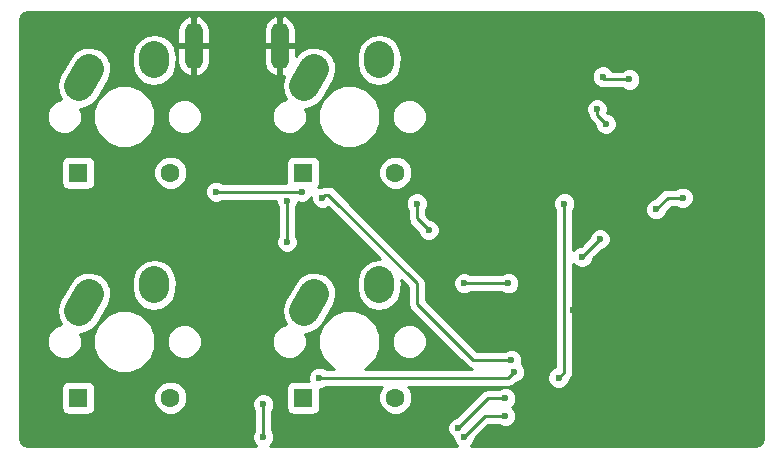
<source format=gtl>
G04 #@! TF.FileFunction,Copper,L1,Top,Signal*
%FSLAX46Y46*%
G04 Gerber Fmt 4.6, Leading zero omitted, Abs format (unit mm)*
G04 Created by KiCad (PCBNEW 4.0.7-e2-6376~58~ubuntu16.04.1) date Sun Oct 15 00:03:39 2017*
%MOMM*%
%LPD*%
G01*
G04 APERTURE LIST*
%ADD10C,0.100000*%
%ADD11R,1.600000X1.600000*%
%ADD12C,1.600000*%
%ADD13O,1.500000X4.000000*%
%ADD14C,2.500000*%
%ADD15C,0.600000*%
%ADD16C,0.250000*%
%ADD17C,0.254000*%
G04 APERTURE END LIST*
D10*
D11*
X36581250Y-102393750D03*
D12*
X44381250Y-102393750D03*
D11*
X36581250Y-121443750D03*
D12*
X44381250Y-121443750D03*
D11*
X55631250Y-102393750D03*
D12*
X63431250Y-102393750D03*
D11*
X55631250Y-121443750D03*
D12*
X63431250Y-121443750D03*
D13*
X46356250Y-91659375D03*
X53656250Y-91659375D03*
D14*
X37481703Y-93631296D02*
X36670797Y-95091204D01*
X43020974Y-92551922D02*
X42981526Y-93130578D01*
X37481703Y-112681296D02*
X36670797Y-114141204D01*
X43020974Y-111601922D02*
X42981526Y-112180578D01*
X56531703Y-93631296D02*
X55720797Y-95091204D01*
X62070974Y-92551922D02*
X62031526Y-93130578D01*
X56531703Y-112681296D02*
X55720797Y-114141204D01*
X62070974Y-111601922D02*
X62031526Y-112180578D01*
D15*
X88500000Y-105500000D03*
X91750000Y-106000000D03*
X79250000Y-123750000D03*
X78500000Y-114000000D03*
X76750000Y-110750000D03*
X69500000Y-107500000D03*
X57250000Y-104500000D03*
X73250000Y-118250000D03*
X55500000Y-104000000D03*
X48250000Y-104000000D03*
X57000000Y-119750000D03*
X73500000Y-119250000D03*
X72750000Y-121500000D03*
X68750000Y-124000000D03*
X72750000Y-123000000D03*
X69250000Y-124750000D03*
X52250000Y-124750000D03*
X52250000Y-122000000D03*
X54250000Y-108250000D03*
X54250000Y-104750000D03*
X77750000Y-105000000D03*
X77250000Y-119750000D03*
X65250000Y-105000000D03*
X66250000Y-107250000D03*
X69250000Y-111750000D03*
X73000000Y-111750000D03*
X81000000Y-94250000D03*
X83250000Y-94500000D03*
X87750000Y-104500000D03*
X85500000Y-105500000D03*
X80750000Y-108000000D03*
X79250000Y-109500000D03*
X81250000Y-98250000D03*
X80500000Y-97000000D03*
D16*
X91250000Y-105500000D02*
X88500000Y-105500000D01*
X91750000Y-106000000D02*
X91250000Y-105500000D01*
X79250000Y-114750000D02*
X79250000Y-123750000D01*
X78500000Y-114000000D02*
X79250000Y-114750000D01*
X72750000Y-110750000D02*
X76750000Y-110750000D01*
X69500000Y-107500000D02*
X72750000Y-110750000D01*
X57500000Y-104250000D02*
X57250000Y-104500000D01*
X57750000Y-104250000D02*
X57500000Y-104250000D01*
X65250000Y-111750000D02*
X57750000Y-104250000D01*
X65250000Y-113500000D02*
X65250000Y-111750000D01*
X70000000Y-118250000D02*
X65250000Y-113500000D01*
X73250000Y-118250000D02*
X70000000Y-118250000D01*
X48250000Y-104000000D02*
X55500000Y-104000000D01*
X73000000Y-119750000D02*
X57000000Y-119750000D01*
X73500000Y-119250000D02*
X73000000Y-119750000D01*
X71250000Y-121500000D02*
X72750000Y-121500000D01*
X68750000Y-124000000D02*
X71250000Y-121500000D01*
X71000000Y-123000000D02*
X72750000Y-123000000D01*
X69250000Y-124750000D02*
X71000000Y-123000000D01*
X52250000Y-124000000D02*
X52250000Y-124750000D01*
X52250000Y-122000000D02*
X52250000Y-124000000D01*
X54250000Y-104750000D02*
X54250000Y-108250000D01*
X77750000Y-119250000D02*
X77750000Y-105000000D01*
X77250000Y-119750000D02*
X77750000Y-119250000D01*
X65250000Y-106250000D02*
X65250000Y-105000000D01*
X66250000Y-107250000D02*
X65250000Y-106250000D01*
X73000000Y-111750000D02*
X69250000Y-111750000D01*
X81000000Y-94500000D02*
X81000000Y-94250000D01*
X83250000Y-94500000D02*
X81000000Y-94500000D01*
X86500000Y-104500000D02*
X87750000Y-104500000D01*
X85500000Y-105500000D02*
X86500000Y-104500000D01*
X80500000Y-108250000D02*
X80750000Y-108000000D01*
X79250000Y-109500000D02*
X80500000Y-108250000D01*
X81250000Y-98250000D02*
X80500000Y-97500000D01*
X80500000Y-97500000D02*
X80500000Y-97000000D01*
D17*
G36*
X94237978Y-88865686D02*
X94389393Y-88966858D01*
X94490563Y-89118270D01*
X94540000Y-89366806D01*
X94540000Y-124945694D01*
X94490563Y-125194230D01*
X94389393Y-125345642D01*
X94237978Y-125446814D01*
X93989444Y-125496250D01*
X69825892Y-125496250D01*
X70042192Y-125280327D01*
X70184838Y-124936799D01*
X70184879Y-124889923D01*
X71314802Y-123760000D01*
X72187537Y-123760000D01*
X72219673Y-123792192D01*
X72563201Y-123934838D01*
X72935167Y-123935162D01*
X73278943Y-123793117D01*
X73542192Y-123530327D01*
X73684838Y-123186799D01*
X73685162Y-122814833D01*
X73543117Y-122471057D01*
X73322291Y-122249845D01*
X73542192Y-122030327D01*
X73684838Y-121686799D01*
X73685162Y-121314833D01*
X73543117Y-120971057D01*
X73280327Y-120707808D01*
X72936799Y-120565162D01*
X72564833Y-120564838D01*
X72221057Y-120706883D01*
X72187882Y-120740000D01*
X71250000Y-120740000D01*
X70959161Y-120797852D01*
X70712599Y-120962599D01*
X68610320Y-123064878D01*
X68564833Y-123064838D01*
X68221057Y-123206883D01*
X67957808Y-123469673D01*
X67815162Y-123813201D01*
X67814838Y-124185167D01*
X67956883Y-124528943D01*
X68219673Y-124792192D01*
X68314928Y-124831746D01*
X68314838Y-124935167D01*
X68456883Y-125278943D01*
X68673811Y-125496250D01*
X52825892Y-125496250D01*
X53042192Y-125280327D01*
X53184838Y-124936799D01*
X53185162Y-124564833D01*
X53043117Y-124221057D01*
X53010000Y-124187882D01*
X53010000Y-122562463D01*
X53042192Y-122530327D01*
X53184838Y-122186799D01*
X53185162Y-121814833D01*
X53043117Y-121471057D01*
X52780327Y-121207808D01*
X52436799Y-121065162D01*
X52064833Y-121064838D01*
X51721057Y-121206883D01*
X51457808Y-121469673D01*
X51315162Y-121813201D01*
X51314838Y-122185167D01*
X51456883Y-122528943D01*
X51490000Y-122562118D01*
X51490000Y-124187537D01*
X51457808Y-124219673D01*
X51315162Y-124563201D01*
X51314838Y-124935167D01*
X51456883Y-125278943D01*
X51673811Y-125496250D01*
X32216806Y-125496250D01*
X31968270Y-125446813D01*
X31816858Y-125345643D01*
X31715686Y-125194228D01*
X31666250Y-124945694D01*
X31666250Y-120643750D01*
X35133810Y-120643750D01*
X35133810Y-122243750D01*
X35178088Y-122479067D01*
X35317160Y-122695191D01*
X35529360Y-122840181D01*
X35781250Y-122891190D01*
X37381250Y-122891190D01*
X37616567Y-122846912D01*
X37832691Y-122707840D01*
X37977681Y-122495640D01*
X38028690Y-122243750D01*
X38028690Y-121727937D01*
X42946002Y-121727937D01*
X43164007Y-122255550D01*
X43567327Y-122659574D01*
X44094559Y-122878500D01*
X44665437Y-122878998D01*
X45193050Y-122660993D01*
X45597074Y-122257673D01*
X45816000Y-121730441D01*
X45816498Y-121159563D01*
X45598493Y-120631950D01*
X45195173Y-120227926D01*
X44667941Y-120009000D01*
X44097063Y-120008502D01*
X43569450Y-120226507D01*
X43165426Y-120629827D01*
X42946500Y-121157059D01*
X42946002Y-121727937D01*
X38028690Y-121727937D01*
X38028690Y-120643750D01*
X37984412Y-120408433D01*
X37845340Y-120192309D01*
X37633140Y-120047319D01*
X37381250Y-119996310D01*
X35781250Y-119996310D01*
X35545933Y-120040588D01*
X35329809Y-120179660D01*
X35184819Y-120391860D01*
X35133810Y-120643750D01*
X31666250Y-120643750D01*
X31666250Y-116975517D01*
X33915092Y-116975517D01*
X34140830Y-117521845D01*
X34558456Y-117940201D01*
X35104389Y-118166892D01*
X35695517Y-118167408D01*
X36241845Y-117941670D01*
X36660201Y-117524044D01*
X36793976Y-117201876D01*
X37851895Y-117201876D01*
X38251278Y-118168457D01*
X38990154Y-118908623D01*
X39956035Y-119309692D01*
X41001876Y-119310605D01*
X41968457Y-118911222D01*
X42708623Y-118172346D01*
X43109692Y-117206465D01*
X43109893Y-116975517D01*
X44075092Y-116975517D01*
X44300830Y-117521845D01*
X44718456Y-117940201D01*
X45264389Y-118166892D01*
X45855517Y-118167408D01*
X46401845Y-117941670D01*
X46820201Y-117524044D01*
X47046892Y-116978111D01*
X47046894Y-116975517D01*
X52965092Y-116975517D01*
X53190830Y-117521845D01*
X53608456Y-117940201D01*
X54154389Y-118166892D01*
X54745517Y-118167408D01*
X55291845Y-117941670D01*
X55710201Y-117524044D01*
X55936892Y-116978111D01*
X55937408Y-116386983D01*
X55791902Y-116034832D01*
X56212917Y-116000218D01*
X56867075Y-115664027D01*
X57342782Y-115103092D01*
X58205438Y-113550016D01*
X58430274Y-112849734D01*
X58370008Y-112116717D01*
X58033817Y-111462559D01*
X57472882Y-110986852D01*
X56772600Y-110762016D01*
X56039582Y-110822282D01*
X55385425Y-111158473D01*
X54909717Y-111719408D01*
X54047062Y-113272484D01*
X53822226Y-113972766D01*
X53882492Y-114705783D01*
X54137994Y-115202938D01*
X53610655Y-115420830D01*
X53192299Y-115838456D01*
X52965608Y-116384389D01*
X52965092Y-116975517D01*
X47046894Y-116975517D01*
X47047408Y-116386983D01*
X46821670Y-115840655D01*
X46404044Y-115422299D01*
X45858111Y-115195608D01*
X45266983Y-115195092D01*
X44720655Y-115420830D01*
X44302299Y-115838456D01*
X44075608Y-116384389D01*
X44075092Y-116975517D01*
X43109893Y-116975517D01*
X43110605Y-116160624D01*
X42711222Y-115194043D01*
X41972346Y-114453877D01*
X41006465Y-114052808D01*
X39960624Y-114051895D01*
X38994043Y-114451278D01*
X38253877Y-115190154D01*
X37852808Y-116156035D01*
X37851895Y-117201876D01*
X36793976Y-117201876D01*
X36886892Y-116978111D01*
X36887408Y-116386983D01*
X36741902Y-116034832D01*
X37162917Y-116000218D01*
X37817075Y-115664027D01*
X38292782Y-115103092D01*
X39155438Y-113550016D01*
X39380274Y-112849734D01*
X39320008Y-112116717D01*
X39308786Y-112094880D01*
X41097992Y-112094880D01*
X41192083Y-112824327D01*
X41558159Y-113462242D01*
X42140488Y-113911507D01*
X42850416Y-114103726D01*
X43579863Y-114009635D01*
X44217778Y-113643559D01*
X44667043Y-113061230D01*
X44859262Y-112351302D01*
X44904508Y-111687619D01*
X44810417Y-110958172D01*
X44444341Y-110320258D01*
X43862012Y-109870993D01*
X43152084Y-109678774D01*
X42422637Y-109772864D01*
X41784722Y-110138941D01*
X41335457Y-110721270D01*
X41143238Y-111431198D01*
X41097992Y-112094880D01*
X39308786Y-112094880D01*
X38983817Y-111462559D01*
X38422882Y-110986852D01*
X37722600Y-110762016D01*
X36989582Y-110822282D01*
X36335425Y-111158473D01*
X35859717Y-111719408D01*
X34997062Y-113272484D01*
X34772226Y-113972766D01*
X34832492Y-114705783D01*
X35087994Y-115202938D01*
X34560655Y-115420830D01*
X34142299Y-115838456D01*
X33915608Y-116384389D01*
X33915092Y-116975517D01*
X31666250Y-116975517D01*
X31666250Y-104185167D01*
X47314838Y-104185167D01*
X47456883Y-104528943D01*
X47719673Y-104792192D01*
X48063201Y-104934838D01*
X48435167Y-104935162D01*
X48778943Y-104793117D01*
X48812118Y-104760000D01*
X53314991Y-104760000D01*
X53314838Y-104935167D01*
X53456883Y-105278943D01*
X53490000Y-105312118D01*
X53490000Y-107687537D01*
X53457808Y-107719673D01*
X53315162Y-108063201D01*
X53314838Y-108435167D01*
X53456883Y-108778943D01*
X53719673Y-109042192D01*
X54063201Y-109184838D01*
X54435167Y-109185162D01*
X54778943Y-109043117D01*
X55042192Y-108780327D01*
X55184838Y-108436799D01*
X55185162Y-108064833D01*
X55043117Y-107721057D01*
X55010000Y-107687882D01*
X55010000Y-105312463D01*
X55042192Y-105280327D01*
X55184838Y-104936799D01*
X55184886Y-104881557D01*
X55313201Y-104934838D01*
X55685167Y-104935162D01*
X56028943Y-104793117D01*
X56292192Y-104530327D01*
X56315021Y-104475350D01*
X56314838Y-104685167D01*
X56456883Y-105028943D01*
X56719673Y-105292192D01*
X57063201Y-105434838D01*
X57435167Y-105435162D01*
X57736041Y-105310843D01*
X62115181Y-109689983D01*
X61472637Y-109772864D01*
X60834722Y-110138941D01*
X60385457Y-110721270D01*
X60193238Y-111431198D01*
X60147992Y-112094880D01*
X60242083Y-112824327D01*
X60608159Y-113462242D01*
X61190488Y-113911507D01*
X61900416Y-114103726D01*
X62629863Y-114009635D01*
X63267778Y-113643559D01*
X63717043Y-113061230D01*
X63909262Y-112351302D01*
X63954508Y-111687619D01*
X63931064Y-111505866D01*
X64490000Y-112064802D01*
X64490000Y-113500000D01*
X64547852Y-113790839D01*
X64712599Y-114037401D01*
X69462599Y-118787401D01*
X69709160Y-118952148D01*
X69732965Y-118956883D01*
X69899454Y-118990000D01*
X60827800Y-118990000D01*
X61018457Y-118911222D01*
X61758623Y-118172346D01*
X62159692Y-117206465D01*
X62159893Y-116975517D01*
X63125092Y-116975517D01*
X63350830Y-117521845D01*
X63768456Y-117940201D01*
X64314389Y-118166892D01*
X64905517Y-118167408D01*
X65451845Y-117941670D01*
X65870201Y-117524044D01*
X66096892Y-116978111D01*
X66097408Y-116386983D01*
X65871670Y-115840655D01*
X65454044Y-115422299D01*
X64908111Y-115195608D01*
X64316983Y-115195092D01*
X63770655Y-115420830D01*
X63352299Y-115838456D01*
X63125608Y-116384389D01*
X63125092Y-116975517D01*
X62159893Y-116975517D01*
X62160605Y-116160624D01*
X61761222Y-115194043D01*
X61022346Y-114453877D01*
X60056465Y-114052808D01*
X59010624Y-114051895D01*
X58044043Y-114451278D01*
X57303877Y-115190154D01*
X56902808Y-116156035D01*
X56901895Y-117201876D01*
X57301278Y-118168457D01*
X58040154Y-118908623D01*
X58236131Y-118990000D01*
X57562463Y-118990000D01*
X57530327Y-118957808D01*
X57186799Y-118815162D01*
X56814833Y-118814838D01*
X56471057Y-118956883D01*
X56207808Y-119219673D01*
X56065162Y-119563201D01*
X56064838Y-119935167D01*
X56090102Y-119996310D01*
X54831250Y-119996310D01*
X54595933Y-120040588D01*
X54379809Y-120179660D01*
X54234819Y-120391860D01*
X54183810Y-120643750D01*
X54183810Y-122243750D01*
X54228088Y-122479067D01*
X54367160Y-122695191D01*
X54579360Y-122840181D01*
X54831250Y-122891190D01*
X56431250Y-122891190D01*
X56666567Y-122846912D01*
X56882691Y-122707840D01*
X57027681Y-122495640D01*
X57078690Y-122243750D01*
X57078690Y-120685069D01*
X57185167Y-120685162D01*
X57528943Y-120543117D01*
X57562118Y-120510000D01*
X62335462Y-120510000D01*
X62215426Y-120629827D01*
X61996500Y-121157059D01*
X61996002Y-121727937D01*
X62214007Y-122255550D01*
X62617327Y-122659574D01*
X63144559Y-122878500D01*
X63715437Y-122878998D01*
X64243050Y-122660993D01*
X64647074Y-122257673D01*
X64866000Y-121730441D01*
X64866498Y-121159563D01*
X64648493Y-120631950D01*
X64526755Y-120510000D01*
X73000000Y-120510000D01*
X73290839Y-120452148D01*
X73537401Y-120287401D01*
X73639680Y-120185122D01*
X73685167Y-120185162D01*
X74028943Y-120043117D01*
X74137081Y-119935167D01*
X76314838Y-119935167D01*
X76456883Y-120278943D01*
X76719673Y-120542192D01*
X77063201Y-120684838D01*
X77435167Y-120685162D01*
X77778943Y-120543117D01*
X78042192Y-120280327D01*
X78184838Y-119936799D01*
X78184879Y-119889923D01*
X78287401Y-119787401D01*
X78452148Y-119540839D01*
X78510000Y-119250000D01*
X78510000Y-110082153D01*
X78719673Y-110292192D01*
X79063201Y-110434838D01*
X79435167Y-110435162D01*
X79778943Y-110293117D01*
X80042192Y-110030327D01*
X80184838Y-109686799D01*
X80184879Y-109639923D01*
X80889680Y-108935122D01*
X80935167Y-108935162D01*
X81278943Y-108793117D01*
X81542192Y-108530327D01*
X81684838Y-108186799D01*
X81685162Y-107814833D01*
X81543117Y-107471057D01*
X81280327Y-107207808D01*
X80936799Y-107065162D01*
X80564833Y-107064838D01*
X80221057Y-107206883D01*
X79957808Y-107469673D01*
X79815162Y-107813201D01*
X79815121Y-107860077D01*
X79110320Y-108564878D01*
X79064833Y-108564838D01*
X78721057Y-108706883D01*
X78510000Y-108917572D01*
X78510000Y-105685167D01*
X84564838Y-105685167D01*
X84706883Y-106028943D01*
X84969673Y-106292192D01*
X85313201Y-106434838D01*
X85685167Y-106435162D01*
X86028943Y-106293117D01*
X86292192Y-106030327D01*
X86434838Y-105686799D01*
X86434879Y-105639923D01*
X86814802Y-105260000D01*
X87187537Y-105260000D01*
X87219673Y-105292192D01*
X87563201Y-105434838D01*
X87935167Y-105435162D01*
X88278943Y-105293117D01*
X88542192Y-105030327D01*
X88684838Y-104686799D01*
X88685162Y-104314833D01*
X88543117Y-103971057D01*
X88280327Y-103707808D01*
X87936799Y-103565162D01*
X87564833Y-103564838D01*
X87221057Y-103706883D01*
X87187882Y-103740000D01*
X86500000Y-103740000D01*
X86209161Y-103797852D01*
X85962599Y-103962599D01*
X85360320Y-104564878D01*
X85314833Y-104564838D01*
X84971057Y-104706883D01*
X84707808Y-104969673D01*
X84565162Y-105313201D01*
X84564838Y-105685167D01*
X78510000Y-105685167D01*
X78510000Y-105562463D01*
X78542192Y-105530327D01*
X78684838Y-105186799D01*
X78685162Y-104814833D01*
X78543117Y-104471057D01*
X78280327Y-104207808D01*
X77936799Y-104065162D01*
X77564833Y-104064838D01*
X77221057Y-104206883D01*
X76957808Y-104469673D01*
X76815162Y-104813201D01*
X76814838Y-105185167D01*
X76956883Y-105528943D01*
X76990000Y-105562118D01*
X76990000Y-118845758D01*
X76721057Y-118956883D01*
X76457808Y-119219673D01*
X76315162Y-119563201D01*
X76314838Y-119935167D01*
X74137081Y-119935167D01*
X74292192Y-119780327D01*
X74434838Y-119436799D01*
X74435162Y-119064833D01*
X74293117Y-118721057D01*
X74133287Y-118560948D01*
X74184838Y-118436799D01*
X74185162Y-118064833D01*
X74043117Y-117721057D01*
X73780327Y-117457808D01*
X73436799Y-117315162D01*
X73064833Y-117314838D01*
X72721057Y-117456883D01*
X72687882Y-117490000D01*
X70314802Y-117490000D01*
X66010000Y-113185198D01*
X66010000Y-111935167D01*
X68314838Y-111935167D01*
X68456883Y-112278943D01*
X68719673Y-112542192D01*
X69063201Y-112684838D01*
X69435167Y-112685162D01*
X69778943Y-112543117D01*
X69812118Y-112510000D01*
X72437537Y-112510000D01*
X72469673Y-112542192D01*
X72813201Y-112684838D01*
X73185167Y-112685162D01*
X73528943Y-112543117D01*
X73792192Y-112280327D01*
X73934838Y-111936799D01*
X73935162Y-111564833D01*
X73793117Y-111221057D01*
X73530327Y-110957808D01*
X73186799Y-110815162D01*
X72814833Y-110814838D01*
X72471057Y-110956883D01*
X72437882Y-110990000D01*
X69812463Y-110990000D01*
X69780327Y-110957808D01*
X69436799Y-110815162D01*
X69064833Y-110814838D01*
X68721057Y-110956883D01*
X68457808Y-111219673D01*
X68315162Y-111563201D01*
X68314838Y-111935167D01*
X66010000Y-111935167D01*
X66010000Y-111750000D01*
X65952148Y-111459161D01*
X65787401Y-111212599D01*
X59759969Y-105185167D01*
X64314838Y-105185167D01*
X64456883Y-105528943D01*
X64490000Y-105562118D01*
X64490000Y-106250000D01*
X64547852Y-106540839D01*
X64712599Y-106787401D01*
X65314878Y-107389680D01*
X65314838Y-107435167D01*
X65456883Y-107778943D01*
X65719673Y-108042192D01*
X66063201Y-108184838D01*
X66435167Y-108185162D01*
X66778943Y-108043117D01*
X67042192Y-107780327D01*
X67184838Y-107436799D01*
X67185162Y-107064833D01*
X67043117Y-106721057D01*
X66780327Y-106457808D01*
X66436799Y-106315162D01*
X66389923Y-106315121D01*
X66010000Y-105935198D01*
X66010000Y-105562463D01*
X66042192Y-105530327D01*
X66184838Y-105186799D01*
X66185162Y-104814833D01*
X66043117Y-104471057D01*
X65780327Y-104207808D01*
X65436799Y-104065162D01*
X65064833Y-104064838D01*
X64721057Y-104206883D01*
X64457808Y-104469673D01*
X64315162Y-104813201D01*
X64314838Y-105185167D01*
X59759969Y-105185167D01*
X58287401Y-103712599D01*
X58040839Y-103547852D01*
X57750000Y-103490000D01*
X57500000Y-103490000D01*
X57209160Y-103547852D01*
X57183584Y-103564941D01*
X57064833Y-103564838D01*
X56899583Y-103633118D01*
X57027681Y-103445640D01*
X57078690Y-103193750D01*
X57078690Y-102677937D01*
X61996002Y-102677937D01*
X62214007Y-103205550D01*
X62617327Y-103609574D01*
X63144559Y-103828500D01*
X63715437Y-103828998D01*
X64243050Y-103610993D01*
X64647074Y-103207673D01*
X64866000Y-102680441D01*
X64866498Y-102109563D01*
X64648493Y-101581950D01*
X64245173Y-101177926D01*
X63717941Y-100959000D01*
X63147063Y-100958502D01*
X62619450Y-101176507D01*
X62215426Y-101579827D01*
X61996500Y-102107059D01*
X61996002Y-102677937D01*
X57078690Y-102677937D01*
X57078690Y-101593750D01*
X57034412Y-101358433D01*
X56895340Y-101142309D01*
X56683140Y-100997319D01*
X56431250Y-100946310D01*
X54831250Y-100946310D01*
X54595933Y-100990588D01*
X54379809Y-101129660D01*
X54234819Y-101341860D01*
X54183810Y-101593750D01*
X54183810Y-103193750D01*
X54192513Y-103240000D01*
X48812463Y-103240000D01*
X48780327Y-103207808D01*
X48436799Y-103065162D01*
X48064833Y-103064838D01*
X47721057Y-103206883D01*
X47457808Y-103469673D01*
X47315162Y-103813201D01*
X47314838Y-104185167D01*
X31666250Y-104185167D01*
X31666250Y-101593750D01*
X35133810Y-101593750D01*
X35133810Y-103193750D01*
X35178088Y-103429067D01*
X35317160Y-103645191D01*
X35529360Y-103790181D01*
X35781250Y-103841190D01*
X37381250Y-103841190D01*
X37616567Y-103796912D01*
X37832691Y-103657840D01*
X37977681Y-103445640D01*
X38028690Y-103193750D01*
X38028690Y-102677937D01*
X42946002Y-102677937D01*
X43164007Y-103205550D01*
X43567327Y-103609574D01*
X44094559Y-103828500D01*
X44665437Y-103828998D01*
X45193050Y-103610993D01*
X45597074Y-103207673D01*
X45816000Y-102680441D01*
X45816498Y-102109563D01*
X45598493Y-101581950D01*
X45195173Y-101177926D01*
X44667941Y-100959000D01*
X44097063Y-100958502D01*
X43569450Y-101176507D01*
X43165426Y-101579827D01*
X42946500Y-102107059D01*
X42946002Y-102677937D01*
X38028690Y-102677937D01*
X38028690Y-101593750D01*
X37984412Y-101358433D01*
X37845340Y-101142309D01*
X37633140Y-100997319D01*
X37381250Y-100946310D01*
X35781250Y-100946310D01*
X35545933Y-100990588D01*
X35329809Y-101129660D01*
X35184819Y-101341860D01*
X35133810Y-101593750D01*
X31666250Y-101593750D01*
X31666250Y-97925517D01*
X33915092Y-97925517D01*
X34140830Y-98471845D01*
X34558456Y-98890201D01*
X35104389Y-99116892D01*
X35695517Y-99117408D01*
X36241845Y-98891670D01*
X36660201Y-98474044D01*
X36793976Y-98151876D01*
X37851895Y-98151876D01*
X38251278Y-99118457D01*
X38990154Y-99858623D01*
X39956035Y-100259692D01*
X41001876Y-100260605D01*
X41968457Y-99861222D01*
X42708623Y-99122346D01*
X43109692Y-98156465D01*
X43109893Y-97925517D01*
X44075092Y-97925517D01*
X44300830Y-98471845D01*
X44718456Y-98890201D01*
X45264389Y-99116892D01*
X45855517Y-99117408D01*
X46401845Y-98891670D01*
X46820201Y-98474044D01*
X47046892Y-97928111D01*
X47046894Y-97925517D01*
X52965092Y-97925517D01*
X53190830Y-98471845D01*
X53608456Y-98890201D01*
X54154389Y-99116892D01*
X54745517Y-99117408D01*
X55291845Y-98891670D01*
X55710201Y-98474044D01*
X55843976Y-98151876D01*
X56901895Y-98151876D01*
X57301278Y-99118457D01*
X58040154Y-99858623D01*
X59006035Y-100259692D01*
X60051876Y-100260605D01*
X61018457Y-99861222D01*
X61758623Y-99122346D01*
X62159692Y-98156465D01*
X62159893Y-97925517D01*
X63125092Y-97925517D01*
X63350830Y-98471845D01*
X63768456Y-98890201D01*
X64314389Y-99116892D01*
X64905517Y-99117408D01*
X65451845Y-98891670D01*
X65870201Y-98474044D01*
X66096892Y-97928111D01*
X66097408Y-97336983D01*
X66034679Y-97185167D01*
X79564838Y-97185167D01*
X79706883Y-97528943D01*
X79755431Y-97577576D01*
X79797852Y-97790839D01*
X79962599Y-98037401D01*
X80314878Y-98389680D01*
X80314838Y-98435167D01*
X80456883Y-98778943D01*
X80719673Y-99042192D01*
X81063201Y-99184838D01*
X81435167Y-99185162D01*
X81778943Y-99043117D01*
X82042192Y-98780327D01*
X82184838Y-98436799D01*
X82185162Y-98064833D01*
X82043117Y-97721057D01*
X81780327Y-97457808D01*
X81436799Y-97315162D01*
X81389923Y-97315121D01*
X81384009Y-97309207D01*
X81434838Y-97186799D01*
X81435162Y-96814833D01*
X81293117Y-96471057D01*
X81030327Y-96207808D01*
X80686799Y-96065162D01*
X80314833Y-96064838D01*
X79971057Y-96206883D01*
X79707808Y-96469673D01*
X79565162Y-96813201D01*
X79564838Y-97185167D01*
X66034679Y-97185167D01*
X65871670Y-96790655D01*
X65454044Y-96372299D01*
X64908111Y-96145608D01*
X64316983Y-96145092D01*
X63770655Y-96370830D01*
X63352299Y-96788456D01*
X63125608Y-97334389D01*
X63125092Y-97925517D01*
X62159893Y-97925517D01*
X62160605Y-97110624D01*
X61761222Y-96144043D01*
X61022346Y-95403877D01*
X60056465Y-95002808D01*
X59010624Y-95001895D01*
X58044043Y-95401278D01*
X57303877Y-96140154D01*
X56902808Y-97106035D01*
X56901895Y-98151876D01*
X55843976Y-98151876D01*
X55936892Y-97928111D01*
X55937408Y-97336983D01*
X55791902Y-96984832D01*
X56212917Y-96950218D01*
X56867075Y-96614027D01*
X57342782Y-96053092D01*
X58205438Y-94500016D01*
X58430274Y-93799734D01*
X58370008Y-93066717D01*
X58358786Y-93044880D01*
X60147992Y-93044880D01*
X60242083Y-93774327D01*
X60608159Y-94412242D01*
X61190488Y-94861507D01*
X61900416Y-95053726D01*
X62629863Y-94959635D01*
X63267778Y-94593559D01*
X63389976Y-94435167D01*
X80064838Y-94435167D01*
X80206883Y-94778943D01*
X80457961Y-95030459D01*
X80462599Y-95037401D01*
X80469480Y-95041999D01*
X80469673Y-95042192D01*
X80469927Y-95042298D01*
X80709161Y-95202148D01*
X81000000Y-95260000D01*
X82687537Y-95260000D01*
X82719673Y-95292192D01*
X83063201Y-95434838D01*
X83435167Y-95435162D01*
X83778943Y-95293117D01*
X84042192Y-95030327D01*
X84184838Y-94686799D01*
X84185162Y-94314833D01*
X84043117Y-93971057D01*
X83780327Y-93707808D01*
X83436799Y-93565162D01*
X83064833Y-93564838D01*
X82721057Y-93706883D01*
X82687882Y-93740000D01*
X81800944Y-93740000D01*
X81793117Y-93721057D01*
X81530327Y-93457808D01*
X81186799Y-93315162D01*
X80814833Y-93314838D01*
X80471057Y-93456883D01*
X80207808Y-93719673D01*
X80065162Y-94063201D01*
X80064838Y-94435167D01*
X63389976Y-94435167D01*
X63717043Y-94011230D01*
X63909262Y-93301302D01*
X63954508Y-92637619D01*
X63860417Y-91908172D01*
X63494341Y-91270258D01*
X62912012Y-90820993D01*
X62202084Y-90628774D01*
X61472637Y-90722864D01*
X60834722Y-91088941D01*
X60385457Y-91671270D01*
X60193238Y-92381198D01*
X60147992Y-93044880D01*
X58358786Y-93044880D01*
X58033817Y-92412559D01*
X57472882Y-91936852D01*
X56772600Y-91712016D01*
X56039582Y-91772282D01*
X55385425Y-92108473D01*
X55041250Y-92514310D01*
X55041250Y-91786375D01*
X53783250Y-91786375D01*
X53783250Y-94129031D01*
X53997435Y-94251693D01*
X54040414Y-94243190D01*
X53822226Y-94922766D01*
X53882492Y-95655783D01*
X54137994Y-96152938D01*
X53610655Y-96370830D01*
X53192299Y-96788456D01*
X52965608Y-97334389D01*
X52965092Y-97925517D01*
X47046894Y-97925517D01*
X47047408Y-97336983D01*
X46821670Y-96790655D01*
X46404044Y-96372299D01*
X45858111Y-96145608D01*
X45266983Y-96145092D01*
X44720655Y-96370830D01*
X44302299Y-96788456D01*
X44075608Y-97334389D01*
X44075092Y-97925517D01*
X43109893Y-97925517D01*
X43110605Y-97110624D01*
X42711222Y-96144043D01*
X41972346Y-95403877D01*
X41006465Y-95002808D01*
X39960624Y-95001895D01*
X38994043Y-95401278D01*
X38253877Y-96140154D01*
X37852808Y-97106035D01*
X37851895Y-98151876D01*
X36793976Y-98151876D01*
X36886892Y-97928111D01*
X36887408Y-97336983D01*
X36741902Y-96984832D01*
X37162917Y-96950218D01*
X37817075Y-96614027D01*
X38292782Y-96053092D01*
X39155438Y-94500016D01*
X39380274Y-93799734D01*
X39320008Y-93066717D01*
X39308786Y-93044880D01*
X41097992Y-93044880D01*
X41192083Y-93774327D01*
X41558159Y-94412242D01*
X42140488Y-94861507D01*
X42850416Y-95053726D01*
X43579863Y-94959635D01*
X44217778Y-94593559D01*
X44667043Y-94011230D01*
X44859262Y-93301302D01*
X44904508Y-92637619D01*
X44810417Y-91908172D01*
X44740523Y-91786375D01*
X44971250Y-91786375D01*
X44971250Y-93036375D01*
X45125278Y-93556724D01*
X45466710Y-93978520D01*
X45943566Y-94237548D01*
X46015065Y-94251693D01*
X46229250Y-94129031D01*
X46229250Y-91786375D01*
X46483250Y-91786375D01*
X46483250Y-94129031D01*
X46697435Y-94251693D01*
X46768934Y-94237548D01*
X47245790Y-93978520D01*
X47587222Y-93556724D01*
X47741250Y-93036375D01*
X47741250Y-91786375D01*
X52271250Y-91786375D01*
X52271250Y-93036375D01*
X52425278Y-93556724D01*
X52766710Y-93978520D01*
X53243566Y-94237548D01*
X53315065Y-94251693D01*
X53529250Y-94129031D01*
X53529250Y-91786375D01*
X52271250Y-91786375D01*
X47741250Y-91786375D01*
X46483250Y-91786375D01*
X46229250Y-91786375D01*
X44971250Y-91786375D01*
X44740523Y-91786375D01*
X44444341Y-91270258D01*
X43862012Y-90820993D01*
X43152084Y-90628774D01*
X42422637Y-90722864D01*
X41784722Y-91088941D01*
X41335457Y-91671270D01*
X41143238Y-92381198D01*
X41097992Y-93044880D01*
X39308786Y-93044880D01*
X38983817Y-92412559D01*
X38422882Y-91936852D01*
X37722600Y-91712016D01*
X36989582Y-91772282D01*
X36335425Y-92108473D01*
X35859717Y-92669408D01*
X34997062Y-94222484D01*
X34772226Y-94922766D01*
X34832492Y-95655783D01*
X35087994Y-96152938D01*
X34560655Y-96370830D01*
X34142299Y-96788456D01*
X33915608Y-97334389D01*
X33915092Y-97925517D01*
X31666250Y-97925517D01*
X31666250Y-90282375D01*
X44971250Y-90282375D01*
X44971250Y-91532375D01*
X46229250Y-91532375D01*
X46229250Y-89189719D01*
X46483250Y-89189719D01*
X46483250Y-91532375D01*
X47741250Y-91532375D01*
X47741250Y-90282375D01*
X52271250Y-90282375D01*
X52271250Y-91532375D01*
X53529250Y-91532375D01*
X53529250Y-89189719D01*
X53783250Y-89189719D01*
X53783250Y-91532375D01*
X55041250Y-91532375D01*
X55041250Y-90282375D01*
X54887222Y-89762026D01*
X54545790Y-89340230D01*
X54068934Y-89081202D01*
X53997435Y-89067057D01*
X53783250Y-89189719D01*
X53529250Y-89189719D01*
X53315065Y-89067057D01*
X53243566Y-89081202D01*
X52766710Y-89340230D01*
X52425278Y-89762026D01*
X52271250Y-90282375D01*
X47741250Y-90282375D01*
X47587222Y-89762026D01*
X47245790Y-89340230D01*
X46768934Y-89081202D01*
X46697435Y-89067057D01*
X46483250Y-89189719D01*
X46229250Y-89189719D01*
X46015065Y-89067057D01*
X45943566Y-89081202D01*
X45466710Y-89340230D01*
X45125278Y-89762026D01*
X44971250Y-90282375D01*
X31666250Y-90282375D01*
X31666250Y-89366806D01*
X31715686Y-89118272D01*
X31816858Y-88966857D01*
X31968270Y-88865687D01*
X32216806Y-88816250D01*
X93989444Y-88816250D01*
X94237978Y-88865686D01*
X94237978Y-88865686D01*
G37*
X94237978Y-88865686D02*
X94389393Y-88966858D01*
X94490563Y-89118270D01*
X94540000Y-89366806D01*
X94540000Y-124945694D01*
X94490563Y-125194230D01*
X94389393Y-125345642D01*
X94237978Y-125446814D01*
X93989444Y-125496250D01*
X69825892Y-125496250D01*
X70042192Y-125280327D01*
X70184838Y-124936799D01*
X70184879Y-124889923D01*
X71314802Y-123760000D01*
X72187537Y-123760000D01*
X72219673Y-123792192D01*
X72563201Y-123934838D01*
X72935167Y-123935162D01*
X73278943Y-123793117D01*
X73542192Y-123530327D01*
X73684838Y-123186799D01*
X73685162Y-122814833D01*
X73543117Y-122471057D01*
X73322291Y-122249845D01*
X73542192Y-122030327D01*
X73684838Y-121686799D01*
X73685162Y-121314833D01*
X73543117Y-120971057D01*
X73280327Y-120707808D01*
X72936799Y-120565162D01*
X72564833Y-120564838D01*
X72221057Y-120706883D01*
X72187882Y-120740000D01*
X71250000Y-120740000D01*
X70959161Y-120797852D01*
X70712599Y-120962599D01*
X68610320Y-123064878D01*
X68564833Y-123064838D01*
X68221057Y-123206883D01*
X67957808Y-123469673D01*
X67815162Y-123813201D01*
X67814838Y-124185167D01*
X67956883Y-124528943D01*
X68219673Y-124792192D01*
X68314928Y-124831746D01*
X68314838Y-124935167D01*
X68456883Y-125278943D01*
X68673811Y-125496250D01*
X52825892Y-125496250D01*
X53042192Y-125280327D01*
X53184838Y-124936799D01*
X53185162Y-124564833D01*
X53043117Y-124221057D01*
X53010000Y-124187882D01*
X53010000Y-122562463D01*
X53042192Y-122530327D01*
X53184838Y-122186799D01*
X53185162Y-121814833D01*
X53043117Y-121471057D01*
X52780327Y-121207808D01*
X52436799Y-121065162D01*
X52064833Y-121064838D01*
X51721057Y-121206883D01*
X51457808Y-121469673D01*
X51315162Y-121813201D01*
X51314838Y-122185167D01*
X51456883Y-122528943D01*
X51490000Y-122562118D01*
X51490000Y-124187537D01*
X51457808Y-124219673D01*
X51315162Y-124563201D01*
X51314838Y-124935167D01*
X51456883Y-125278943D01*
X51673811Y-125496250D01*
X32216806Y-125496250D01*
X31968270Y-125446813D01*
X31816858Y-125345643D01*
X31715686Y-125194228D01*
X31666250Y-124945694D01*
X31666250Y-120643750D01*
X35133810Y-120643750D01*
X35133810Y-122243750D01*
X35178088Y-122479067D01*
X35317160Y-122695191D01*
X35529360Y-122840181D01*
X35781250Y-122891190D01*
X37381250Y-122891190D01*
X37616567Y-122846912D01*
X37832691Y-122707840D01*
X37977681Y-122495640D01*
X38028690Y-122243750D01*
X38028690Y-121727937D01*
X42946002Y-121727937D01*
X43164007Y-122255550D01*
X43567327Y-122659574D01*
X44094559Y-122878500D01*
X44665437Y-122878998D01*
X45193050Y-122660993D01*
X45597074Y-122257673D01*
X45816000Y-121730441D01*
X45816498Y-121159563D01*
X45598493Y-120631950D01*
X45195173Y-120227926D01*
X44667941Y-120009000D01*
X44097063Y-120008502D01*
X43569450Y-120226507D01*
X43165426Y-120629827D01*
X42946500Y-121157059D01*
X42946002Y-121727937D01*
X38028690Y-121727937D01*
X38028690Y-120643750D01*
X37984412Y-120408433D01*
X37845340Y-120192309D01*
X37633140Y-120047319D01*
X37381250Y-119996310D01*
X35781250Y-119996310D01*
X35545933Y-120040588D01*
X35329809Y-120179660D01*
X35184819Y-120391860D01*
X35133810Y-120643750D01*
X31666250Y-120643750D01*
X31666250Y-116975517D01*
X33915092Y-116975517D01*
X34140830Y-117521845D01*
X34558456Y-117940201D01*
X35104389Y-118166892D01*
X35695517Y-118167408D01*
X36241845Y-117941670D01*
X36660201Y-117524044D01*
X36793976Y-117201876D01*
X37851895Y-117201876D01*
X38251278Y-118168457D01*
X38990154Y-118908623D01*
X39956035Y-119309692D01*
X41001876Y-119310605D01*
X41968457Y-118911222D01*
X42708623Y-118172346D01*
X43109692Y-117206465D01*
X43109893Y-116975517D01*
X44075092Y-116975517D01*
X44300830Y-117521845D01*
X44718456Y-117940201D01*
X45264389Y-118166892D01*
X45855517Y-118167408D01*
X46401845Y-117941670D01*
X46820201Y-117524044D01*
X47046892Y-116978111D01*
X47046894Y-116975517D01*
X52965092Y-116975517D01*
X53190830Y-117521845D01*
X53608456Y-117940201D01*
X54154389Y-118166892D01*
X54745517Y-118167408D01*
X55291845Y-117941670D01*
X55710201Y-117524044D01*
X55936892Y-116978111D01*
X55937408Y-116386983D01*
X55791902Y-116034832D01*
X56212917Y-116000218D01*
X56867075Y-115664027D01*
X57342782Y-115103092D01*
X58205438Y-113550016D01*
X58430274Y-112849734D01*
X58370008Y-112116717D01*
X58033817Y-111462559D01*
X57472882Y-110986852D01*
X56772600Y-110762016D01*
X56039582Y-110822282D01*
X55385425Y-111158473D01*
X54909717Y-111719408D01*
X54047062Y-113272484D01*
X53822226Y-113972766D01*
X53882492Y-114705783D01*
X54137994Y-115202938D01*
X53610655Y-115420830D01*
X53192299Y-115838456D01*
X52965608Y-116384389D01*
X52965092Y-116975517D01*
X47046894Y-116975517D01*
X47047408Y-116386983D01*
X46821670Y-115840655D01*
X46404044Y-115422299D01*
X45858111Y-115195608D01*
X45266983Y-115195092D01*
X44720655Y-115420830D01*
X44302299Y-115838456D01*
X44075608Y-116384389D01*
X44075092Y-116975517D01*
X43109893Y-116975517D01*
X43110605Y-116160624D01*
X42711222Y-115194043D01*
X41972346Y-114453877D01*
X41006465Y-114052808D01*
X39960624Y-114051895D01*
X38994043Y-114451278D01*
X38253877Y-115190154D01*
X37852808Y-116156035D01*
X37851895Y-117201876D01*
X36793976Y-117201876D01*
X36886892Y-116978111D01*
X36887408Y-116386983D01*
X36741902Y-116034832D01*
X37162917Y-116000218D01*
X37817075Y-115664027D01*
X38292782Y-115103092D01*
X39155438Y-113550016D01*
X39380274Y-112849734D01*
X39320008Y-112116717D01*
X39308786Y-112094880D01*
X41097992Y-112094880D01*
X41192083Y-112824327D01*
X41558159Y-113462242D01*
X42140488Y-113911507D01*
X42850416Y-114103726D01*
X43579863Y-114009635D01*
X44217778Y-113643559D01*
X44667043Y-113061230D01*
X44859262Y-112351302D01*
X44904508Y-111687619D01*
X44810417Y-110958172D01*
X44444341Y-110320258D01*
X43862012Y-109870993D01*
X43152084Y-109678774D01*
X42422637Y-109772864D01*
X41784722Y-110138941D01*
X41335457Y-110721270D01*
X41143238Y-111431198D01*
X41097992Y-112094880D01*
X39308786Y-112094880D01*
X38983817Y-111462559D01*
X38422882Y-110986852D01*
X37722600Y-110762016D01*
X36989582Y-110822282D01*
X36335425Y-111158473D01*
X35859717Y-111719408D01*
X34997062Y-113272484D01*
X34772226Y-113972766D01*
X34832492Y-114705783D01*
X35087994Y-115202938D01*
X34560655Y-115420830D01*
X34142299Y-115838456D01*
X33915608Y-116384389D01*
X33915092Y-116975517D01*
X31666250Y-116975517D01*
X31666250Y-104185167D01*
X47314838Y-104185167D01*
X47456883Y-104528943D01*
X47719673Y-104792192D01*
X48063201Y-104934838D01*
X48435167Y-104935162D01*
X48778943Y-104793117D01*
X48812118Y-104760000D01*
X53314991Y-104760000D01*
X53314838Y-104935167D01*
X53456883Y-105278943D01*
X53490000Y-105312118D01*
X53490000Y-107687537D01*
X53457808Y-107719673D01*
X53315162Y-108063201D01*
X53314838Y-108435167D01*
X53456883Y-108778943D01*
X53719673Y-109042192D01*
X54063201Y-109184838D01*
X54435167Y-109185162D01*
X54778943Y-109043117D01*
X55042192Y-108780327D01*
X55184838Y-108436799D01*
X55185162Y-108064833D01*
X55043117Y-107721057D01*
X55010000Y-107687882D01*
X55010000Y-105312463D01*
X55042192Y-105280327D01*
X55184838Y-104936799D01*
X55184886Y-104881557D01*
X55313201Y-104934838D01*
X55685167Y-104935162D01*
X56028943Y-104793117D01*
X56292192Y-104530327D01*
X56315021Y-104475350D01*
X56314838Y-104685167D01*
X56456883Y-105028943D01*
X56719673Y-105292192D01*
X57063201Y-105434838D01*
X57435167Y-105435162D01*
X57736041Y-105310843D01*
X62115181Y-109689983D01*
X61472637Y-109772864D01*
X60834722Y-110138941D01*
X60385457Y-110721270D01*
X60193238Y-111431198D01*
X60147992Y-112094880D01*
X60242083Y-112824327D01*
X60608159Y-113462242D01*
X61190488Y-113911507D01*
X61900416Y-114103726D01*
X62629863Y-114009635D01*
X63267778Y-113643559D01*
X63717043Y-113061230D01*
X63909262Y-112351302D01*
X63954508Y-111687619D01*
X63931064Y-111505866D01*
X64490000Y-112064802D01*
X64490000Y-113500000D01*
X64547852Y-113790839D01*
X64712599Y-114037401D01*
X69462599Y-118787401D01*
X69709160Y-118952148D01*
X69732965Y-118956883D01*
X69899454Y-118990000D01*
X60827800Y-118990000D01*
X61018457Y-118911222D01*
X61758623Y-118172346D01*
X62159692Y-117206465D01*
X62159893Y-116975517D01*
X63125092Y-116975517D01*
X63350830Y-117521845D01*
X63768456Y-117940201D01*
X64314389Y-118166892D01*
X64905517Y-118167408D01*
X65451845Y-117941670D01*
X65870201Y-117524044D01*
X66096892Y-116978111D01*
X66097408Y-116386983D01*
X65871670Y-115840655D01*
X65454044Y-115422299D01*
X64908111Y-115195608D01*
X64316983Y-115195092D01*
X63770655Y-115420830D01*
X63352299Y-115838456D01*
X63125608Y-116384389D01*
X63125092Y-116975517D01*
X62159893Y-116975517D01*
X62160605Y-116160624D01*
X61761222Y-115194043D01*
X61022346Y-114453877D01*
X60056465Y-114052808D01*
X59010624Y-114051895D01*
X58044043Y-114451278D01*
X57303877Y-115190154D01*
X56902808Y-116156035D01*
X56901895Y-117201876D01*
X57301278Y-118168457D01*
X58040154Y-118908623D01*
X58236131Y-118990000D01*
X57562463Y-118990000D01*
X57530327Y-118957808D01*
X57186799Y-118815162D01*
X56814833Y-118814838D01*
X56471057Y-118956883D01*
X56207808Y-119219673D01*
X56065162Y-119563201D01*
X56064838Y-119935167D01*
X56090102Y-119996310D01*
X54831250Y-119996310D01*
X54595933Y-120040588D01*
X54379809Y-120179660D01*
X54234819Y-120391860D01*
X54183810Y-120643750D01*
X54183810Y-122243750D01*
X54228088Y-122479067D01*
X54367160Y-122695191D01*
X54579360Y-122840181D01*
X54831250Y-122891190D01*
X56431250Y-122891190D01*
X56666567Y-122846912D01*
X56882691Y-122707840D01*
X57027681Y-122495640D01*
X57078690Y-122243750D01*
X57078690Y-120685069D01*
X57185167Y-120685162D01*
X57528943Y-120543117D01*
X57562118Y-120510000D01*
X62335462Y-120510000D01*
X62215426Y-120629827D01*
X61996500Y-121157059D01*
X61996002Y-121727937D01*
X62214007Y-122255550D01*
X62617327Y-122659574D01*
X63144559Y-122878500D01*
X63715437Y-122878998D01*
X64243050Y-122660993D01*
X64647074Y-122257673D01*
X64866000Y-121730441D01*
X64866498Y-121159563D01*
X64648493Y-120631950D01*
X64526755Y-120510000D01*
X73000000Y-120510000D01*
X73290839Y-120452148D01*
X73537401Y-120287401D01*
X73639680Y-120185122D01*
X73685167Y-120185162D01*
X74028943Y-120043117D01*
X74137081Y-119935167D01*
X76314838Y-119935167D01*
X76456883Y-120278943D01*
X76719673Y-120542192D01*
X77063201Y-120684838D01*
X77435167Y-120685162D01*
X77778943Y-120543117D01*
X78042192Y-120280327D01*
X78184838Y-119936799D01*
X78184879Y-119889923D01*
X78287401Y-119787401D01*
X78452148Y-119540839D01*
X78510000Y-119250000D01*
X78510000Y-110082153D01*
X78719673Y-110292192D01*
X79063201Y-110434838D01*
X79435167Y-110435162D01*
X79778943Y-110293117D01*
X80042192Y-110030327D01*
X80184838Y-109686799D01*
X80184879Y-109639923D01*
X80889680Y-108935122D01*
X80935167Y-108935162D01*
X81278943Y-108793117D01*
X81542192Y-108530327D01*
X81684838Y-108186799D01*
X81685162Y-107814833D01*
X81543117Y-107471057D01*
X81280327Y-107207808D01*
X80936799Y-107065162D01*
X80564833Y-107064838D01*
X80221057Y-107206883D01*
X79957808Y-107469673D01*
X79815162Y-107813201D01*
X79815121Y-107860077D01*
X79110320Y-108564878D01*
X79064833Y-108564838D01*
X78721057Y-108706883D01*
X78510000Y-108917572D01*
X78510000Y-105685167D01*
X84564838Y-105685167D01*
X84706883Y-106028943D01*
X84969673Y-106292192D01*
X85313201Y-106434838D01*
X85685167Y-106435162D01*
X86028943Y-106293117D01*
X86292192Y-106030327D01*
X86434838Y-105686799D01*
X86434879Y-105639923D01*
X86814802Y-105260000D01*
X87187537Y-105260000D01*
X87219673Y-105292192D01*
X87563201Y-105434838D01*
X87935167Y-105435162D01*
X88278943Y-105293117D01*
X88542192Y-105030327D01*
X88684838Y-104686799D01*
X88685162Y-104314833D01*
X88543117Y-103971057D01*
X88280327Y-103707808D01*
X87936799Y-103565162D01*
X87564833Y-103564838D01*
X87221057Y-103706883D01*
X87187882Y-103740000D01*
X86500000Y-103740000D01*
X86209161Y-103797852D01*
X85962599Y-103962599D01*
X85360320Y-104564878D01*
X85314833Y-104564838D01*
X84971057Y-104706883D01*
X84707808Y-104969673D01*
X84565162Y-105313201D01*
X84564838Y-105685167D01*
X78510000Y-105685167D01*
X78510000Y-105562463D01*
X78542192Y-105530327D01*
X78684838Y-105186799D01*
X78685162Y-104814833D01*
X78543117Y-104471057D01*
X78280327Y-104207808D01*
X77936799Y-104065162D01*
X77564833Y-104064838D01*
X77221057Y-104206883D01*
X76957808Y-104469673D01*
X76815162Y-104813201D01*
X76814838Y-105185167D01*
X76956883Y-105528943D01*
X76990000Y-105562118D01*
X76990000Y-118845758D01*
X76721057Y-118956883D01*
X76457808Y-119219673D01*
X76315162Y-119563201D01*
X76314838Y-119935167D01*
X74137081Y-119935167D01*
X74292192Y-119780327D01*
X74434838Y-119436799D01*
X74435162Y-119064833D01*
X74293117Y-118721057D01*
X74133287Y-118560948D01*
X74184838Y-118436799D01*
X74185162Y-118064833D01*
X74043117Y-117721057D01*
X73780327Y-117457808D01*
X73436799Y-117315162D01*
X73064833Y-117314838D01*
X72721057Y-117456883D01*
X72687882Y-117490000D01*
X70314802Y-117490000D01*
X66010000Y-113185198D01*
X66010000Y-111935167D01*
X68314838Y-111935167D01*
X68456883Y-112278943D01*
X68719673Y-112542192D01*
X69063201Y-112684838D01*
X69435167Y-112685162D01*
X69778943Y-112543117D01*
X69812118Y-112510000D01*
X72437537Y-112510000D01*
X72469673Y-112542192D01*
X72813201Y-112684838D01*
X73185167Y-112685162D01*
X73528943Y-112543117D01*
X73792192Y-112280327D01*
X73934838Y-111936799D01*
X73935162Y-111564833D01*
X73793117Y-111221057D01*
X73530327Y-110957808D01*
X73186799Y-110815162D01*
X72814833Y-110814838D01*
X72471057Y-110956883D01*
X72437882Y-110990000D01*
X69812463Y-110990000D01*
X69780327Y-110957808D01*
X69436799Y-110815162D01*
X69064833Y-110814838D01*
X68721057Y-110956883D01*
X68457808Y-111219673D01*
X68315162Y-111563201D01*
X68314838Y-111935167D01*
X66010000Y-111935167D01*
X66010000Y-111750000D01*
X65952148Y-111459161D01*
X65787401Y-111212599D01*
X59759969Y-105185167D01*
X64314838Y-105185167D01*
X64456883Y-105528943D01*
X64490000Y-105562118D01*
X64490000Y-106250000D01*
X64547852Y-106540839D01*
X64712599Y-106787401D01*
X65314878Y-107389680D01*
X65314838Y-107435167D01*
X65456883Y-107778943D01*
X65719673Y-108042192D01*
X66063201Y-108184838D01*
X66435167Y-108185162D01*
X66778943Y-108043117D01*
X67042192Y-107780327D01*
X67184838Y-107436799D01*
X67185162Y-107064833D01*
X67043117Y-106721057D01*
X66780327Y-106457808D01*
X66436799Y-106315162D01*
X66389923Y-106315121D01*
X66010000Y-105935198D01*
X66010000Y-105562463D01*
X66042192Y-105530327D01*
X66184838Y-105186799D01*
X66185162Y-104814833D01*
X66043117Y-104471057D01*
X65780327Y-104207808D01*
X65436799Y-104065162D01*
X65064833Y-104064838D01*
X64721057Y-104206883D01*
X64457808Y-104469673D01*
X64315162Y-104813201D01*
X64314838Y-105185167D01*
X59759969Y-105185167D01*
X58287401Y-103712599D01*
X58040839Y-103547852D01*
X57750000Y-103490000D01*
X57500000Y-103490000D01*
X57209160Y-103547852D01*
X57183584Y-103564941D01*
X57064833Y-103564838D01*
X56899583Y-103633118D01*
X57027681Y-103445640D01*
X57078690Y-103193750D01*
X57078690Y-102677937D01*
X61996002Y-102677937D01*
X62214007Y-103205550D01*
X62617327Y-103609574D01*
X63144559Y-103828500D01*
X63715437Y-103828998D01*
X64243050Y-103610993D01*
X64647074Y-103207673D01*
X64866000Y-102680441D01*
X64866498Y-102109563D01*
X64648493Y-101581950D01*
X64245173Y-101177926D01*
X63717941Y-100959000D01*
X63147063Y-100958502D01*
X62619450Y-101176507D01*
X62215426Y-101579827D01*
X61996500Y-102107059D01*
X61996002Y-102677937D01*
X57078690Y-102677937D01*
X57078690Y-101593750D01*
X57034412Y-101358433D01*
X56895340Y-101142309D01*
X56683140Y-100997319D01*
X56431250Y-100946310D01*
X54831250Y-100946310D01*
X54595933Y-100990588D01*
X54379809Y-101129660D01*
X54234819Y-101341860D01*
X54183810Y-101593750D01*
X54183810Y-103193750D01*
X54192513Y-103240000D01*
X48812463Y-103240000D01*
X48780327Y-103207808D01*
X48436799Y-103065162D01*
X48064833Y-103064838D01*
X47721057Y-103206883D01*
X47457808Y-103469673D01*
X47315162Y-103813201D01*
X47314838Y-104185167D01*
X31666250Y-104185167D01*
X31666250Y-101593750D01*
X35133810Y-101593750D01*
X35133810Y-103193750D01*
X35178088Y-103429067D01*
X35317160Y-103645191D01*
X35529360Y-103790181D01*
X35781250Y-103841190D01*
X37381250Y-103841190D01*
X37616567Y-103796912D01*
X37832691Y-103657840D01*
X37977681Y-103445640D01*
X38028690Y-103193750D01*
X38028690Y-102677937D01*
X42946002Y-102677937D01*
X43164007Y-103205550D01*
X43567327Y-103609574D01*
X44094559Y-103828500D01*
X44665437Y-103828998D01*
X45193050Y-103610993D01*
X45597074Y-103207673D01*
X45816000Y-102680441D01*
X45816498Y-102109563D01*
X45598493Y-101581950D01*
X45195173Y-101177926D01*
X44667941Y-100959000D01*
X44097063Y-100958502D01*
X43569450Y-101176507D01*
X43165426Y-101579827D01*
X42946500Y-102107059D01*
X42946002Y-102677937D01*
X38028690Y-102677937D01*
X38028690Y-101593750D01*
X37984412Y-101358433D01*
X37845340Y-101142309D01*
X37633140Y-100997319D01*
X37381250Y-100946310D01*
X35781250Y-100946310D01*
X35545933Y-100990588D01*
X35329809Y-101129660D01*
X35184819Y-101341860D01*
X35133810Y-101593750D01*
X31666250Y-101593750D01*
X31666250Y-97925517D01*
X33915092Y-97925517D01*
X34140830Y-98471845D01*
X34558456Y-98890201D01*
X35104389Y-99116892D01*
X35695517Y-99117408D01*
X36241845Y-98891670D01*
X36660201Y-98474044D01*
X36793976Y-98151876D01*
X37851895Y-98151876D01*
X38251278Y-99118457D01*
X38990154Y-99858623D01*
X39956035Y-100259692D01*
X41001876Y-100260605D01*
X41968457Y-99861222D01*
X42708623Y-99122346D01*
X43109692Y-98156465D01*
X43109893Y-97925517D01*
X44075092Y-97925517D01*
X44300830Y-98471845D01*
X44718456Y-98890201D01*
X45264389Y-99116892D01*
X45855517Y-99117408D01*
X46401845Y-98891670D01*
X46820201Y-98474044D01*
X47046892Y-97928111D01*
X47046894Y-97925517D01*
X52965092Y-97925517D01*
X53190830Y-98471845D01*
X53608456Y-98890201D01*
X54154389Y-99116892D01*
X54745517Y-99117408D01*
X55291845Y-98891670D01*
X55710201Y-98474044D01*
X55843976Y-98151876D01*
X56901895Y-98151876D01*
X57301278Y-99118457D01*
X58040154Y-99858623D01*
X59006035Y-100259692D01*
X60051876Y-100260605D01*
X61018457Y-99861222D01*
X61758623Y-99122346D01*
X62159692Y-98156465D01*
X62159893Y-97925517D01*
X63125092Y-97925517D01*
X63350830Y-98471845D01*
X63768456Y-98890201D01*
X64314389Y-99116892D01*
X64905517Y-99117408D01*
X65451845Y-98891670D01*
X65870201Y-98474044D01*
X66096892Y-97928111D01*
X66097408Y-97336983D01*
X66034679Y-97185167D01*
X79564838Y-97185167D01*
X79706883Y-97528943D01*
X79755431Y-97577576D01*
X79797852Y-97790839D01*
X79962599Y-98037401D01*
X80314878Y-98389680D01*
X80314838Y-98435167D01*
X80456883Y-98778943D01*
X80719673Y-99042192D01*
X81063201Y-99184838D01*
X81435167Y-99185162D01*
X81778943Y-99043117D01*
X82042192Y-98780327D01*
X82184838Y-98436799D01*
X82185162Y-98064833D01*
X82043117Y-97721057D01*
X81780327Y-97457808D01*
X81436799Y-97315162D01*
X81389923Y-97315121D01*
X81384009Y-97309207D01*
X81434838Y-97186799D01*
X81435162Y-96814833D01*
X81293117Y-96471057D01*
X81030327Y-96207808D01*
X80686799Y-96065162D01*
X80314833Y-96064838D01*
X79971057Y-96206883D01*
X79707808Y-96469673D01*
X79565162Y-96813201D01*
X79564838Y-97185167D01*
X66034679Y-97185167D01*
X65871670Y-96790655D01*
X65454044Y-96372299D01*
X64908111Y-96145608D01*
X64316983Y-96145092D01*
X63770655Y-96370830D01*
X63352299Y-96788456D01*
X63125608Y-97334389D01*
X63125092Y-97925517D01*
X62159893Y-97925517D01*
X62160605Y-97110624D01*
X61761222Y-96144043D01*
X61022346Y-95403877D01*
X60056465Y-95002808D01*
X59010624Y-95001895D01*
X58044043Y-95401278D01*
X57303877Y-96140154D01*
X56902808Y-97106035D01*
X56901895Y-98151876D01*
X55843976Y-98151876D01*
X55936892Y-97928111D01*
X55937408Y-97336983D01*
X55791902Y-96984832D01*
X56212917Y-96950218D01*
X56867075Y-96614027D01*
X57342782Y-96053092D01*
X58205438Y-94500016D01*
X58430274Y-93799734D01*
X58370008Y-93066717D01*
X58358786Y-93044880D01*
X60147992Y-93044880D01*
X60242083Y-93774327D01*
X60608159Y-94412242D01*
X61190488Y-94861507D01*
X61900416Y-95053726D01*
X62629863Y-94959635D01*
X63267778Y-94593559D01*
X63389976Y-94435167D01*
X80064838Y-94435167D01*
X80206883Y-94778943D01*
X80457961Y-95030459D01*
X80462599Y-95037401D01*
X80469480Y-95041999D01*
X80469673Y-95042192D01*
X80469927Y-95042298D01*
X80709161Y-95202148D01*
X81000000Y-95260000D01*
X82687537Y-95260000D01*
X82719673Y-95292192D01*
X83063201Y-95434838D01*
X83435167Y-95435162D01*
X83778943Y-95293117D01*
X84042192Y-95030327D01*
X84184838Y-94686799D01*
X84185162Y-94314833D01*
X84043117Y-93971057D01*
X83780327Y-93707808D01*
X83436799Y-93565162D01*
X83064833Y-93564838D01*
X82721057Y-93706883D01*
X82687882Y-93740000D01*
X81800944Y-93740000D01*
X81793117Y-93721057D01*
X81530327Y-93457808D01*
X81186799Y-93315162D01*
X80814833Y-93314838D01*
X80471057Y-93456883D01*
X80207808Y-93719673D01*
X80065162Y-94063201D01*
X80064838Y-94435167D01*
X63389976Y-94435167D01*
X63717043Y-94011230D01*
X63909262Y-93301302D01*
X63954508Y-92637619D01*
X63860417Y-91908172D01*
X63494341Y-91270258D01*
X62912012Y-90820993D01*
X62202084Y-90628774D01*
X61472637Y-90722864D01*
X60834722Y-91088941D01*
X60385457Y-91671270D01*
X60193238Y-92381198D01*
X60147992Y-93044880D01*
X58358786Y-93044880D01*
X58033817Y-92412559D01*
X57472882Y-91936852D01*
X56772600Y-91712016D01*
X56039582Y-91772282D01*
X55385425Y-92108473D01*
X55041250Y-92514310D01*
X55041250Y-91786375D01*
X53783250Y-91786375D01*
X53783250Y-94129031D01*
X53997435Y-94251693D01*
X54040414Y-94243190D01*
X53822226Y-94922766D01*
X53882492Y-95655783D01*
X54137994Y-96152938D01*
X53610655Y-96370830D01*
X53192299Y-96788456D01*
X52965608Y-97334389D01*
X52965092Y-97925517D01*
X47046894Y-97925517D01*
X47047408Y-97336983D01*
X46821670Y-96790655D01*
X46404044Y-96372299D01*
X45858111Y-96145608D01*
X45266983Y-96145092D01*
X44720655Y-96370830D01*
X44302299Y-96788456D01*
X44075608Y-97334389D01*
X44075092Y-97925517D01*
X43109893Y-97925517D01*
X43110605Y-97110624D01*
X42711222Y-96144043D01*
X41972346Y-95403877D01*
X41006465Y-95002808D01*
X39960624Y-95001895D01*
X38994043Y-95401278D01*
X38253877Y-96140154D01*
X37852808Y-97106035D01*
X37851895Y-98151876D01*
X36793976Y-98151876D01*
X36886892Y-97928111D01*
X36887408Y-97336983D01*
X36741902Y-96984832D01*
X37162917Y-96950218D01*
X37817075Y-96614027D01*
X38292782Y-96053092D01*
X39155438Y-94500016D01*
X39380274Y-93799734D01*
X39320008Y-93066717D01*
X39308786Y-93044880D01*
X41097992Y-93044880D01*
X41192083Y-93774327D01*
X41558159Y-94412242D01*
X42140488Y-94861507D01*
X42850416Y-95053726D01*
X43579863Y-94959635D01*
X44217778Y-94593559D01*
X44667043Y-94011230D01*
X44859262Y-93301302D01*
X44904508Y-92637619D01*
X44810417Y-91908172D01*
X44740523Y-91786375D01*
X44971250Y-91786375D01*
X44971250Y-93036375D01*
X45125278Y-93556724D01*
X45466710Y-93978520D01*
X45943566Y-94237548D01*
X46015065Y-94251693D01*
X46229250Y-94129031D01*
X46229250Y-91786375D01*
X46483250Y-91786375D01*
X46483250Y-94129031D01*
X46697435Y-94251693D01*
X46768934Y-94237548D01*
X47245790Y-93978520D01*
X47587222Y-93556724D01*
X47741250Y-93036375D01*
X47741250Y-91786375D01*
X52271250Y-91786375D01*
X52271250Y-93036375D01*
X52425278Y-93556724D01*
X52766710Y-93978520D01*
X53243566Y-94237548D01*
X53315065Y-94251693D01*
X53529250Y-94129031D01*
X53529250Y-91786375D01*
X52271250Y-91786375D01*
X47741250Y-91786375D01*
X46483250Y-91786375D01*
X46229250Y-91786375D01*
X44971250Y-91786375D01*
X44740523Y-91786375D01*
X44444341Y-91270258D01*
X43862012Y-90820993D01*
X43152084Y-90628774D01*
X42422637Y-90722864D01*
X41784722Y-91088941D01*
X41335457Y-91671270D01*
X41143238Y-92381198D01*
X41097992Y-93044880D01*
X39308786Y-93044880D01*
X38983817Y-92412559D01*
X38422882Y-91936852D01*
X37722600Y-91712016D01*
X36989582Y-91772282D01*
X36335425Y-92108473D01*
X35859717Y-92669408D01*
X34997062Y-94222484D01*
X34772226Y-94922766D01*
X34832492Y-95655783D01*
X35087994Y-96152938D01*
X34560655Y-96370830D01*
X34142299Y-96788456D01*
X33915608Y-97334389D01*
X33915092Y-97925517D01*
X31666250Y-97925517D01*
X31666250Y-90282375D01*
X44971250Y-90282375D01*
X44971250Y-91532375D01*
X46229250Y-91532375D01*
X46229250Y-89189719D01*
X46483250Y-89189719D01*
X46483250Y-91532375D01*
X47741250Y-91532375D01*
X47741250Y-90282375D01*
X52271250Y-90282375D01*
X52271250Y-91532375D01*
X53529250Y-91532375D01*
X53529250Y-89189719D01*
X53783250Y-89189719D01*
X53783250Y-91532375D01*
X55041250Y-91532375D01*
X55041250Y-90282375D01*
X54887222Y-89762026D01*
X54545790Y-89340230D01*
X54068934Y-89081202D01*
X53997435Y-89067057D01*
X53783250Y-89189719D01*
X53529250Y-89189719D01*
X53315065Y-89067057D01*
X53243566Y-89081202D01*
X52766710Y-89340230D01*
X52425278Y-89762026D01*
X52271250Y-90282375D01*
X47741250Y-90282375D01*
X47587222Y-89762026D01*
X47245790Y-89340230D01*
X46768934Y-89081202D01*
X46697435Y-89067057D01*
X46483250Y-89189719D01*
X46229250Y-89189719D01*
X46015065Y-89067057D01*
X45943566Y-89081202D01*
X45466710Y-89340230D01*
X45125278Y-89762026D01*
X44971250Y-90282375D01*
X31666250Y-90282375D01*
X31666250Y-89366806D01*
X31715686Y-89118272D01*
X31816858Y-88966857D01*
X31968270Y-88865687D01*
X32216806Y-88816250D01*
X93989444Y-88816250D01*
X94237978Y-88865686D01*
M02*

</source>
